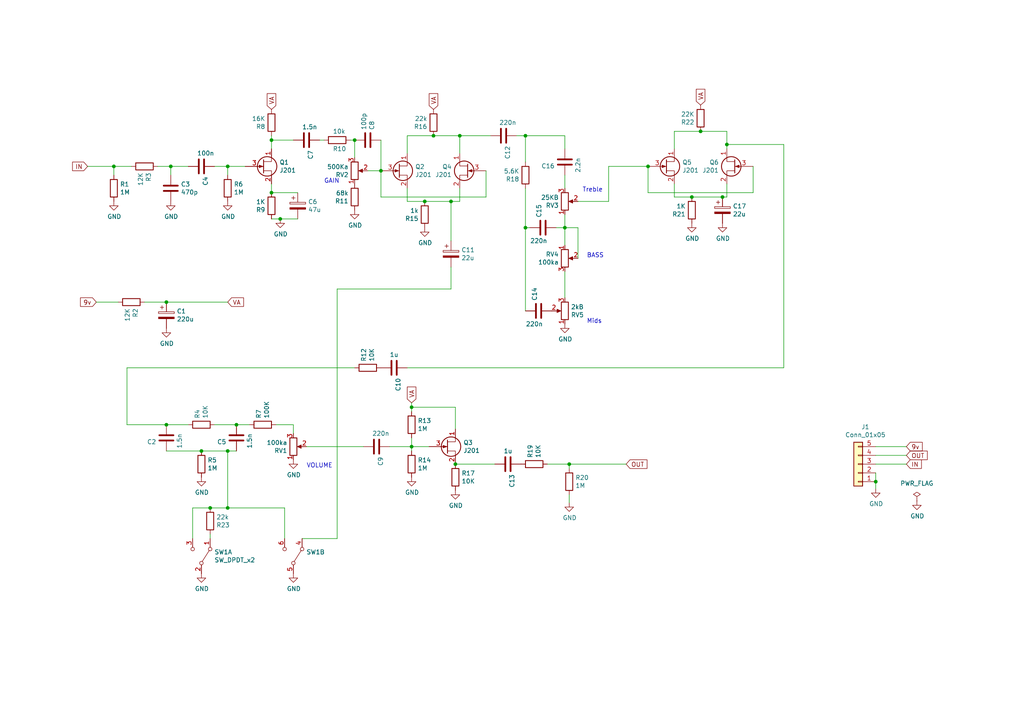
<source format=kicad_sch>
(kicad_sch (version 20211123) (generator eeschema)
  (paper "A4")
  (lib_symbols
    (symbol "Connector_Generic:Conn_01x05" (pin_names (offset 1.016) hide)
      (property "Reference" "J" (at 0 7.62 0))
      (property "Value" "Conn_01x05" (at 0 -7.62 0))
      (symbol "Conn_01x05_1_1"
        (rectangle (start -1.27 -4.953) (end 0 -5.207) (stroke (width 0.1524)))
        (rectangle (start -1.27 -2.413) (end 0 -2.667) (stroke (width 0.1524)))
        (rectangle (start -1.27 0.127) (end 0 -0.127) (stroke (width 0.1524)))
        (rectangle (start -1.27 2.667) (end 0 2.413) (stroke (width 0.1524)))
        (rectangle (start -1.27 5.207) (end 0 4.953) (stroke (width 0.1524)))
        (rectangle (start -1.27 6.35) (end 1.27 -6.35) (stroke (width 0.254)) (fill (type background)))
        (pin passive line (at -5.08 5.08 0) (length 3.81) (name "Pin_1") (number "1"))
        (pin passive line (at -5.08 2.54 0) (length 3.81) (name "Pin_2") (number "2"))
        (pin passive line (at -5.08 0 0) (length 3.81) (name "Pin_3") (number "3"))
        (pin passive line (at -5.08 -2.54 0) (length 3.81) (name "Pin_4") (number "4"))
        (pin passive line (at -5.08 -5.08 0) (length 3.81) (name "Pin_5") (number "5"))
      )
    )
    (symbol "Device:C" (pin_numbers hide) (pin_names (offset 0.254))
      (property "Reference" "C" (at 0.635 2.54 0))
      (property "Value" "C" (at 0.635 -2.54 0))
      (symbol "C_0_1"
        (polyline (pts (xy -2.032 -0.762) (xy 2.032 -0.762)) (stroke (width 0.508)))
        (polyline (pts (xy -2.032 0.762) (xy 2.032 0.762)) (stroke (width 0.508)))
      )
      (symbol "C_1_1"
        (pin passive line (at 0 3.81 270) (length 2.794) (name "~") (number "1"))
        (pin passive line (at 0 -3.81 90) (length 2.794) (name "~") (number "2"))
      )
    )
    (symbol "Device:CP" (pin_numbers hide) (pin_names (offset 0.254))
      (property "Reference" "C" (at 0.635 2.54 0))
      (property "Value" "Device_CP" (at 0.635 -2.54 0))
      (symbol "CP_0_1"
        (rectangle (start -2.286 0.508) (end 2.286 1.016))
        (polyline (pts (xy -1.778 2.286) (xy -0.762 2.286)))
        (polyline (pts (xy -1.27 2.794) (xy -1.27 1.778)))
        (rectangle (start 2.286 -0.508) (end -2.286 -1.016) (fill (type outline)))
      )
      (symbol "CP_1_1"
        (pin passive line (at 0 3.81 270) (length 2.794) (name "~") (number "1"))
        (pin passive line (at 0 -3.81 90) (length 2.794) (name "~") (number "2"))
      )
    )
    (symbol "Device:Q_NJFET_DSG" (pin_names (offset 0) hide)
      (property "Reference" "Q" (at 5.08 1.27 0))
      (property "Value" "Q_NJFET_DSG" (at 5.08 -1.27 0))
      (symbol "Q_NJFET_DSG_0_1"
        (polyline (pts (xy 0.254 1.905) (xy 0.254 -1.905) (xy 0.254 -1.905)) (stroke (width 0.254)))
        (polyline (pts (xy 2.54 -2.54) (xy 2.54 -1.27) (xy 0.254 -1.27)))
        (polyline (pts (xy 2.54 2.54) (xy 2.54 1.397) (xy 0.254 1.397)))
        (polyline (pts (xy 0 0) (xy -1.016 0.381) (xy -1.016 -0.381) (xy 0 0)) (fill (type outline)))
        (circle (center 1.27 0) (radius 2.8194) (stroke (width 0.254)))
      )
      (symbol "Q_NJFET_DSG_1_1"
        (pin passive line (at 2.54 5.08 270) (length 2.54) (name "D") (number "1"))
        (pin passive line (at 2.54 -5.08 90) (length 2.54) (name "S") (number "2"))
        (pin input line (at -5.08 0 0) (length 5.334) (name "G") (number "3"))
      )
    )
    (symbol "Device:R" (pin_numbers hide) (pin_names (offset 0))
      (property "Reference" "R" (at 2.032 0 90))
      (property "Value" "R" (at 0 0 90))
      (symbol "R_0_1"
        (rectangle (start -1.016 -2.54) (end 1.016 2.54) (stroke (width 0.254)))
      )
      (symbol "R_1_1"
        (pin passive line (at 0 3.81 270) (length 1.27) (name "~") (number "1"))
        (pin passive line (at 0 -3.81 90) (length 1.27) (name "~") (number "2"))
      )
    )
    (symbol "Device:R_POT" (pin_names (offset 1.016) hide)
      (property "Reference" "RV" (at -4.445 0 90))
      (property "Value" "Device_R_POT" (at -2.54 0 90))
      (symbol "R_POT_0_1"
        (polyline (pts (xy 2.54 0) (xy 1.524 0)))
        (polyline (pts (xy 1.143 0) (xy 2.286 0.508) (xy 2.286 -0.508) (xy 1.143 0)) (fill (type outline)))
        (rectangle (start 1.016 2.54) (end -1.016 -2.54) (stroke (width 0.254)))
      )
      (symbol "R_POT_1_1"
        (pin passive line (at 0 3.81 270) (length 1.27) (name "1") (number "1"))
        (pin passive line (at 3.81 0 180) (length 1.27) (name "2") (number "2"))
        (pin passive line (at 0 -3.81 90) (length 1.27) (name "3") (number "3"))
      )
    )
    (symbol "Switch:SW_DPDT_x2" (pin_names (offset 0) hide)
      (property "Reference" "SW" (at 0 4.318 0))
      (property "Value" "SW_DPDT_x2" (at 0 -5.08 0))
      (symbol "SW_DPDT_x2_0_0"
        (circle (center -2.032 0) (radius 0.508))
        (circle (center 2.032 -2.54) (radius 0.508))
      )
      (symbol "SW_DPDT_x2_0_1"
        (polyline (pts (xy -1.524 0.254) (xy 1.651 2.286)))
        (circle (center 2.032 2.54) (radius 0.508))
      )
      (symbol "SW_DPDT_x2_1_1"
        (pin passive line (at 5.08 2.54 180) (length 2.54) (name "A") (number "1"))
        (pin passive line (at -5.08 0 0) (length 2.54) (name "B") (number "2"))
        (pin passive line (at 5.08 -2.54 180) (length 2.54) (name "C") (number "3"))
      )
      (symbol "SW_DPDT_x2_2_1"
        (pin passive line (at 5.08 2.54 180) (length 2.54) (name "A") (number "4"))
        (pin passive line (at -5.08 0 0) (length 2.54) (name "B") (number "5"))
        (pin passive line (at 5.08 -2.54 180) (length 2.54) (name "C") (number "6"))
      )
    )
    (symbol "power:GND" (power) (pin_names (offset 0))
      (property "Value" "GND" (at 0 -3.81 0))
      (symbol "GND_0_1"
        (polyline (pts (xy 0 0) (xy 0 -1.27) (xy 1.27 -1.27) (xy 0 -2.54) (xy -1.27 -1.27) (xy 0 -1.27)))
      )
      (symbol "GND_1_1"
        (pin power_in line (at 0 0 270) (length 0) hide (name "GND") (number "1"))
      )
    )
    (symbol "power:PWR_FLAG" (power) (pin_numbers hide) (pin_names (offset 0) hide)
      (property "Value" "PWR_FLAG" (at 0 3.81 0))
      (symbol "PWR_FLAG_0_0"
        (pin power_out line (at 0 0 90) (length 0) (name "pwr") (number "1"))
      )
      (symbol "PWR_FLAG_0_1"
        (polyline (pts (xy 0 0) (xy 0 1.27) (xy -1.016 1.905) (xy 0 2.54) (xy 1.016 1.905) (xy 0 1.27)))
      )
    )
  )
  (junction (at 254 139.7))
  (junction (at 49.53 48.26))
  (junction (at 119.38 118.11))
  (junction (at 66.04 48.26))
  (junction (at 187.96 48.26))
  (junction (at 60.96 147.32))
  (junction (at 68.58 123.19))
  (junction (at 165.1 134.62))
  (junction (at 132.08 134.62))
  (junction (at 125.73 39.37))
  (junction (at 78.74 55.88))
  (junction (at 58.42 130.81))
  (junction (at 78.74 40.64))
  (junction (at 48.26 87.63))
  (junction (at 102.87 40.64))
  (junction (at 81.28 63.5))
  (junction (at 110.49 49.53))
  (junction (at 119.38 129.54))
  (junction (at 152.4 66.04))
  (junction (at 210.82 41.91))
  (junction (at 48.26 123.19))
  (junction (at 209.55 57.15))
  (junction (at 123.19 58.42))
  (junction (at 66.04 130.81))
  (junction (at 66.04 147.32))
  (junction (at 33.02 48.26))
  (junction (at 203.2 38.1))
  (junction (at 163.83 66.04))
  (junction (at 200.66 57.15))
  (junction (at 130.81 58.42))
  (junction (at 133.35 39.37))
  (junction (at 152.4 39.37))
  (wire (pts (xy 254 137.16) (xy 254 139.7)))
  (wire (pts (xy 163.83 71.12) (xy 163.83 66.04)))
  (wire (pts (xy 48.26 123.19) (xy 54.61 123.19)))
  (wire (pts (xy 254 129.54) (xy 262.89 129.54)))
  (wire (pts (xy 152.4 39.37) (xy 163.83 39.37)))
  (wire (pts (xy 102.87 45.72) (xy 102.87 40.64)))
  (wire (pts (xy 119.38 118.11) (xy 119.38 116.84)))
  (wire (pts (xy 152.4 90.17) (xy 152.4 66.04)))
  (wire (pts (xy 187.96 48.26) (xy 187.96 55.88)))
  (wire (pts (xy 85.09 123.19) (xy 85.09 125.73)))
  (wire (pts (xy 118.11 54.61) (xy 118.11 58.42)))
  (wire (pts (xy 60.96 147.32) (xy 66.04 147.32)))
  (wire (pts (xy 163.83 66.04) (xy 163.83 62.23)))
  (wire (pts (xy 49.53 48.26) (xy 54.61 48.26)))
  (wire (pts (xy 119.38 129.54) (xy 124.46 129.54)))
  (wire (pts (xy 132.08 134.62) (xy 143.51 134.62)))
  (wire (pts (xy 254 139.7) (xy 254 141.732)))
  (wire (pts (xy 227.33 41.91) (xy 210.82 41.91)))
  (wire (pts (xy 36.83 106.68) (xy 36.83 123.19)))
  (wire (pts (xy 195.58 57.15) (xy 200.66 57.15)))
  (wire (pts (xy 133.35 39.37) (xy 133.35 44.45)))
  (wire (pts (xy 167.64 58.42) (xy 176.53 58.42)))
  (wire (pts (xy 200.66 57.15) (xy 209.55 57.15)))
  (wire (pts (xy 97.79 83.82) (xy 130.81 83.82)))
  (wire (pts (xy 80.01 123.19) (xy 85.09 123.19)))
  (wire (pts (xy 60.96 156.21) (xy 60.96 154.94)))
  (wire (pts (xy 78.74 63.5) (xy 81.28 63.5)))
  (wire (pts (xy 102.87 106.68) (xy 36.83 106.68)))
  (wire (pts (xy 132.08 118.11) (xy 132.08 124.46)))
  (wire (pts (xy 163.83 39.37) (xy 163.83 43.18)))
  (wire (pts (xy 152.4 66.04) (xy 152.4 54.61)))
  (wire (pts (xy 66.04 130.81) (xy 66.04 147.32)))
  (wire (pts (xy 149.86 39.37) (xy 152.4 39.37)))
  (wire (pts (xy 195.58 53.34) (xy 195.58 57.15)))
  (wire (pts (xy 41.91 87.63) (xy 48.26 87.63)))
  (wire (pts (xy 195.58 38.1) (xy 203.2 38.1)))
  (wire (pts (xy 36.83 123.19) (xy 48.26 123.19)))
  (wire (pts (xy 130.81 69.85) (xy 130.81 58.42)))
  (wire (pts (xy 152.4 39.37) (xy 152.4 46.99)))
  (wire (pts (xy 118.11 39.37) (xy 125.73 39.37)))
  (wire (pts (xy 140.97 57.15) (xy 140.97 49.53)))
  (wire (pts (xy 218.44 55.88) (xy 218.44 48.26)))
  (wire (pts (xy 209.55 57.15) (xy 210.82 57.15)))
  (wire (pts (xy 210.82 57.15) (xy 210.82 53.34)))
  (wire (pts (xy 78.74 40.64) (xy 85.09 40.64)))
  (wire (pts (xy 55.88 147.32) (xy 60.96 147.32)))
  (wire (pts (xy 110.49 40.64) (xy 110.49 49.53)))
  (wire (pts (xy 210.82 41.91) (xy 210.82 43.18)))
  (wire (pts (xy 45.72 48.26) (xy 49.53 48.26)))
  (wire (pts (xy 123.19 58.42) (xy 130.81 58.42)))
  (wire (pts (xy 81.28 63.5) (xy 86.36 63.5)))
  (wire (pts (xy 58.42 130.81) (xy 66.04 130.81)))
  (wire (pts (xy 167.64 74.93) (xy 167.64 66.04)))
  (wire (pts (xy 78.74 43.18) (xy 78.74 40.64)))
  (wire (pts (xy 130.81 77.47) (xy 130.81 83.82)))
  (wire (pts (xy 163.83 86.36) (xy 163.83 78.74)))
  (wire (pts (xy 78.74 40.64) (xy 78.74 39.37)))
  (wire (pts (xy 125.73 39.37) (xy 133.35 39.37)))
  (wire (pts (xy 118.11 58.42) (xy 123.19 58.42)))
  (wire (pts (xy 49.53 50.8) (xy 49.53 48.26)))
  (wire (pts (xy 161.29 66.04) (xy 163.83 66.04)))
  (wire (pts (xy 165.1 135.89) (xy 165.1 134.62)))
  (wire (pts (xy 97.79 156.21) (xy 97.79 83.82)))
  (wire (pts (xy 66.04 130.81) (xy 68.58 130.81)))
  (wire (pts (xy 68.58 123.19) (xy 72.39 123.19)))
  (wire (pts (xy 110.49 57.15) (xy 140.97 57.15)))
  (wire (pts (xy 187.96 55.88) (xy 218.44 55.88)))
  (wire (pts (xy 227.33 106.68) (xy 227.33 41.91)))
  (wire (pts (xy 66.04 48.26) (xy 71.12 48.26)))
  (wire (pts (xy 106.68 49.53) (xy 110.49 49.53)))
  (wire (pts (xy 203.2 38.1) (xy 210.82 38.1)))
  (wire (pts (xy 33.02 50.8) (xy 33.02 48.26)))
  (wire (pts (xy 153.67 66.04) (xy 152.4 66.04)))
  (wire (pts (xy 167.64 66.04) (xy 163.83 66.04)))
  (wire (pts (xy 78.74 55.88) (xy 86.36 55.88)))
  (wire (pts (xy 48.26 87.63) (xy 66.04 87.63)))
  (wire (pts (xy 55.88 147.32) (xy 55.88 156.21)))
  (wire (pts (xy 130.81 58.42) (xy 133.35 58.42)))
  (wire (pts (xy 165.1 145.796) (xy 165.1 143.51)))
  (wire (pts (xy 119.38 118.11) (xy 132.08 118.11)))
  (wire (pts (xy 133.35 39.37) (xy 142.24 39.37)))
  (wire (pts (xy 254 134.62) (xy 262.89 134.62)))
  (wire (pts (xy 210.82 38.1) (xy 210.82 41.91)))
  (wire (pts (xy 118.11 44.45) (xy 118.11 39.37)))
  (wire (pts (xy 119.38 119.38) (xy 119.38 118.11)))
  (wire (pts (xy 48.26 130.81) (xy 58.42 130.81)))
  (wire (pts (xy 87.63 156.21) (xy 97.79 156.21)))
  (wire (pts (xy 163.83 54.61) (xy 163.83 50.8)))
  (wire (pts (xy 254 132.08) (xy 262.89 132.08)))
  (wire (pts (xy 195.58 43.18) (xy 195.58 38.1)))
  (wire (pts (xy 38.1 48.26) (xy 33.02 48.26)))
  (wire (pts (xy 176.53 58.42) (xy 176.53 48.26)))
  (wire (pts (xy 133.35 58.42) (xy 133.35 54.61)))
  (wire (pts (xy 118.11 106.68) (xy 227.33 106.68)))
  (wire (pts (xy 27.94 87.63) (xy 34.29 87.63)))
  (wire (pts (xy 165.1 134.62) (xy 181.61 134.62)))
  (wire (pts (xy 78.74 55.88) (xy 78.74 53.34)))
  (wire (pts (xy 88.9 129.54) (xy 105.41 129.54)))
  (wire (pts (xy 165.1 134.62) (xy 158.75 134.62)))
  (wire (pts (xy 119.38 130.81) (xy 119.38 129.54)))
  (wire (pts (xy 113.03 129.54) (xy 119.38 129.54)))
  (wire (pts (xy 119.38 129.54) (xy 119.38 127)))
  (wire (pts (xy 92.71 40.64) (xy 93.98 40.64)))
  (wire (pts (xy 110.49 49.53) (xy 110.49 57.15)))
  (wire (pts (xy 176.53 48.26) (xy 187.96 48.26)))
  (wire (pts (xy 66.04 147.32) (xy 82.55 147.32)))
  (wire (pts (xy 25.4 48.26) (xy 33.02 48.26)))
  (wire (pts (xy 82.55 147.32) (xy 82.55 156.21)))
  (wire (pts (xy 101.6 40.64) (xy 102.87 40.64)))
  (wire (pts (xy 62.23 48.26) (xy 66.04 48.26)))
  (wire (pts (xy 66.04 48.26) (xy 66.04 50.8)))
  (wire (pts (xy 62.23 123.19) (xy 68.58 123.19)))
  (text "BASS\n" (at 170.18 74.93 0) (effects (font (size 1.27 1.27)) (justify left bottom)))
  (text "GAIN" (at 93.98 53.34 0) (effects (font (size 1.27 1.27)) (justify left bottom)))
  (text "Mids\n" (at 170.18 93.98 0) (effects (font (size 1.27 1.27)) (justify left bottom)))
  (text "VOLUME" (at 88.9 135.89 0) (effects (font (size 1.27 1.27)) (justify left bottom)))
  (text "Treble\n" (at 168.91 55.88 0) (effects (font (size 1.27 1.27)) (justify left bottom)))
  (global_label "VA" (shape input) (at 125.73 31.75 90) (property "Intersheet References" "${INTERSHEET_REFS}" (effects hide)))
  (global_label "OUT" (shape input) (at 181.61 134.62 0) (property "Intersheet References" "${INTERSHEET_REFS}" (effects hide)))
  (global_label "VA" (shape input) (at 119.38 116.84 90) (property "Intersheet References" "${INTERSHEET_REFS}" (effects hide)))
  (global_label "VA" (shape input) (at 78.74 31.75 90) (property "Intersheet References" "${INTERSHEET_REFS}" (effects hide)))
  (global_label "OUT" (shape input) (at 262.89 132.08 0) (property "Intersheet References" "${INTERSHEET_REFS}" (effects hide)))
  (global_label "9v" (shape input) (at 27.94 87.63 180) (property "Intersheet References" "${INTERSHEET_REFS}" (effects hide)))
  (global_label "VA" (shape input) (at 66.04 87.63 0) (property "Intersheet References" "${INTERSHEET_REFS}" (effects hide)))
  (global_label "VA" (shape input) (at 203.2 30.48 90) (property "Intersheet References" "${INTERSHEET_REFS}" (effects hide)))
  (global_label "IN" (shape input) (at 262.89 134.62 0) (property "Intersheet References" "${INTERSHEET_REFS}" (effects hide)))
  (global_label "IN" (shape input) (at 25.4 48.26 180) (property "Intersheet References" "${INTERSHEET_REFS}" (effects hide)))
  (global_label "9v" (shape input) (at 262.89 129.54 0) (property "Intersheet References" "${INTERSHEET_REFS}" (effects hide)))
  (symbol (lib_id "Device:R") (at 33.02 54.61 0) (unit 1)
    (property "Reference" "R1" (at 34.798 53.4416 0) (effects (justify left)))
    (property "Value" "1M" (at 34.798 55.753 0) (effects (justify left)))
    (property "Footprint" "Resistor_THT:R_Axial_DIN0207_L6.3mm_D2.5mm_P10.16mm_Horizontal" (effects hide))
  )
  (symbol (lib_id "Device:R") (at 41.91 48.26 270) (unit 1)
    (property "Reference" "R3" (at 43.0784 50.038 0) (effects (justify left)))
    (property "Value" "12K" (at 40.767 50.038 0) (effects (justify left)))
    (property "Footprint" "Resistor_THT:R_Axial_DIN0207_L6.3mm_D2.5mm_P10.16mm_Horizontal" (effects hide))
  )
  (symbol (lib_id "Device:C") (at 49.53 54.61 0) (unit 1)
    (property "Reference" "C3" (at 52.451 53.4416 0) (effects (justify left)))
    (property "Value" "470p" (at 52.451 55.753 0) (effects (justify left)))
    (property "Footprint" "Capacitor_THT:C_Disc_D5.1mm_W3.2mm_P5.00mm" (effects hide))
  )
  (symbol (lib_id "Device:C") (at 58.42 48.26 270) (unit 1)
    (property "Reference" "C4" (at 59.5884 51.181 0) (effects (justify left)))
    (property "Value" "100n" (at 57.15 44.45 90) (effects (justify left)))
    (property "Footprint" "Capacitor_THT:C_Rect_L7.0mm_W3.5mm_P2.50mm_P5.00mm" (effects hide))
  )
  (symbol (lib_id "power:GND") (at 33.02 58.42 0) (unit 1)
    (property "Reference" "#PWR01" (effects hide))
    (property "Value" "GND" (at 33.147 62.8142 0))
  )
  (symbol (lib_id "power:GND") (at 49.53 58.42 0) (unit 1)
    (property "Reference" "#PWR03" (effects hide))
    (property "Value" "GND" (at 49.657 62.8142 0))
  )
  (symbol (lib_id "Device:R") (at 66.04 54.61 0) (unit 1)
    (property "Reference" "R6" (at 67.818 53.4416 0) (effects (justify left)))
    (property "Value" "1M" (at 67.818 55.753 0) (effects (justify left)))
    (property "Footprint" "Resistor_THT:R_Axial_DIN0207_L6.3mm_D2.5mm_P10.16mm_Horizontal" (effects hide))
  )
  (symbol (lib_id "power:GND") (at 66.04 58.42 0) (unit 1)
    (property "Reference" "#PWR06" (effects hide))
    (property "Value" "GND" (at 66.167 62.8142 0))
  )
  (symbol (lib_id "Device:Q_NJFET_DSG") (at 76.2 48.26 0) (unit 1)
    (property "Reference" "Q1" (at 81.0514 47.0916 0) (effects (justify left)))
    (property "Value" "J201" (at 81.0514 49.403 0) (effects (justify left)))
    (property "Footprint" "Package_TO_SOT_THT:TO-92" (effects hide))
  )
  (symbol (lib_id "Device:R") (at 78.74 59.69 180) (unit 1)
    (property "Reference" "R9" (at 76.962 60.8584 0) (effects (justify left)))
    (property "Value" "1K" (at 76.962 58.547 0) (effects (justify left)))
    (property "Footprint" "Resistor_THT:R_Axial_DIN0207_L6.3mm_D2.5mm_P10.16mm_Horizontal" (effects hide))
  )
  (symbol (lib_id "Device:CP") (at 86.36 59.69 0) (unit 1)
    (property "Reference" "C6" (at 89.3572 58.5216 0) (effects (justify left)))
    (property "Value" "47u" (at 89.3572 60.833 0) (effects (justify left)))
    (property "Footprint" "Capacitor_THT:CP_Radial_D4.0mm_P2.00mm" (effects hide))
  )
  (symbol (lib_id "power:GND") (at 81.28 63.5 0) (unit 1)
    (property "Reference" "#PWR07" (effects hide))
    (property "Value" "GND" (at 81.407 67.8942 0))
  )
  (symbol (lib_id "Device:R") (at 78.74 35.56 180) (unit 1)
    (property "Reference" "R8" (at 76.962 36.7284 0) (effects (justify left)))
    (property "Value" "16K" (at 76.962 34.417 0) (effects (justify left)))
    (property "Footprint" "Resistor_THT:R_Axial_DIN0207_L6.3mm_D2.5mm_P10.16mm_Horizontal" (effects hide))
  )
  (symbol (lib_id "Device:R") (at 38.1 87.63 270) (unit 1)
    (property "Reference" "R2" (at 39.2684 89.408 0) (effects (justify left)))
    (property "Value" "12K" (at 36.957 89.408 0) (effects (justify left)))
    (property "Footprint" "Resistor_THT:R_Axial_DIN0207_L6.3mm_D2.5mm_P10.16mm_Horizontal" (effects hide))
  )
  (symbol (lib_id "Device:CP") (at 48.26 91.44 0) (unit 1)
    (property "Reference" "C1" (at 51.2572 90.2716 0) (effects (justify left)))
    (property "Value" "220u" (at 51.2572 92.583 0) (effects (justify left)))
    (property "Footprint" "Capacitor_THT:CP_Radial_D13.0mm_P5.00mm" (effects hide))
  )
  (symbol (lib_id "power:GND") (at 48.26 95.25 0) (unit 1)
    (property "Reference" "#PWR02" (effects hide))
    (property "Value" "GND" (at 48.387 99.6442 0))
  )
  (symbol (lib_id "Device:C") (at 88.9 40.64 270) (unit 1)
    (property "Reference" "C7" (at 90.0684 43.561 0) (effects (justify left)))
    (property "Value" "1.5n" (at 87.63 36.83 90) (effects (justify left)))
    (property "Footprint" "Capacitor_THT:C_Rect_L7.0mm_W3.5mm_P2.50mm_P5.00mm" (effects hide))
  )
  (symbol (lib_id "Device:R") (at 97.79 40.64 270) (unit 1)
    (property "Reference" "R10" (at 96.52 43.18 90) (effects (justify left)))
    (property "Value" "10k" (at 96.52 38.1 90) (effects (justify left)))
    (property "Footprint" "Resistor_THT:R_Axial_DIN0207_L6.3mm_D2.5mm_P10.16mm_Horizontal" (effects hide))
  )
  (symbol (lib_id "Device:Q_NJFET_DSG") (at 115.57 49.53 0) (unit 1)
    (property "Reference" "Q2" (at 120.4214 48.3616 0) (effects (justify left)))
    (property "Value" "J201" (at 120.4214 50.673 0) (effects (justify left)))
    (property "Footprint" "Package_TO_SOT_THT:TO-92" (effects hide))
  )
  (symbol (lib_id "Device:Q_NJFET_DSG") (at 135.89 49.53 0) (mirror y) (unit 1)
    (property "Reference" "Q4" (at 131.0386 48.3616 0) (effects (justify left)))
    (property "Value" "J201" (at 131.0386 50.673 0) (effects (justify left)))
    (property "Footprint" "Package_TO_SOT_THT:TO-92" (effects hide))
  )
  (symbol (lib_id "Device:R") (at 125.73 35.56 180) (unit 1)
    (property "Reference" "R16" (at 123.952 36.7284 0) (effects (justify left)))
    (property "Value" "22k" (at 123.952 34.417 0) (effects (justify left)))
    (property "Footprint" "Resistor_THT:R_Axial_DIN0207_L6.3mm_D2.5mm_P10.16mm_Horizontal" (effects hide))
  )
  (symbol (lib_id "Device:C") (at 106.68 40.64 270) (mirror x) (unit 1)
    (property "Reference" "C8" (at 107.8484 37.719 0) (effects (justify left)))
    (property "Value" "100p" (at 105.537 37.719 0) (effects (justify left)))
    (property "Footprint" "Capacitor_THT:C_Disc_D5.1mm_W3.2mm_P5.00mm" (effects hide))
  )
  (symbol (lib_id "Device:R") (at 123.19 62.23 180) (unit 1)
    (property "Reference" "R15" (at 121.412 63.3984 0) (effects (justify left)))
    (property "Value" "1k" (at 121.412 61.087 0) (effects (justify left)))
    (property "Footprint" "Resistor_THT:R_Axial_DIN0207_L6.3mm_D2.5mm_P10.16mm_Horizontal" (effects hide))
  )
  (symbol (lib_id "Device:R_POT") (at 102.87 49.53 0) (mirror x) (unit 1)
    (property "Reference" "RV2" (at 101.1174 50.6984 0) (effects (justify right)))
    (property "Value" "500Ka" (at 101.1174 48.387 0) (effects (justify right)))
    (property "Footprint" "Potentiometer_THT:Potentiometer_Omeg_PC16BU_Vertical" (effects hide))
  )
  (symbol (lib_id "Device:R") (at 102.87 57.15 180) (unit 1)
    (property "Reference" "R11" (at 101.092 58.3184 0) (effects (justify left)))
    (property "Value" "68k" (at 101.092 56.007 0) (effects (justify left)))
    (property "Footprint" "Resistor_THT:R_Axial_DIN0207_L6.3mm_D2.5mm_P10.16mm_Horizontal" (effects hide))
  )
  (symbol (lib_id "power:GND") (at 102.87 60.96 0) (unit 1)
    (property "Reference" "#PWR010" (effects hide))
    (property "Value" "GND" (at 102.997 65.3542 0))
  )
  (symbol (lib_id "power:GND") (at 123.19 66.04 0) (unit 1)
    (property "Reference" "#PWR012" (effects hide))
    (property "Value" "GND" (at 123.317 70.4342 0))
  )
  (symbol (lib_id "Device:C") (at 146.05 39.37 270) (unit 1)
    (property "Reference" "C12" (at 147.2184 42.291 0) (effects (justify left)))
    (property "Value" "220n" (at 144.78 35.56 90) (effects (justify left)))
    (property "Footprint" "Capacitor_THT:C_Rect_L7.0mm_W3.5mm_P2.50mm_P5.00mm" (effects hide))
  )
  (symbol (lib_id "Device:R") (at 152.4 50.8 180) (unit 1)
    (property "Reference" "R18" (at 150.622 51.9684 0) (effects (justify left)))
    (property "Value" "5.6K" (at 150.622 49.657 0) (effects (justify left)))
    (property "Footprint" "Resistor_THT:R_Axial_DIN0207_L6.3mm_D2.5mm_P10.16mm_Horizontal" (effects hide))
  )
  (symbol (lib_id "Device:C") (at 163.83 46.99 180) (unit 1)
    (property "Reference" "C16" (at 160.909 48.1584 0) (effects (justify left)))
    (property "Value" "2.2n" (at 167.64 45.72 90) (effects (justify left)))
    (property "Footprint" "Capacitor_THT:C_Rect_L7.0mm_W3.5mm_P2.50mm_P5.00mm" (effects hide))
  )
  (symbol (lib_id "Device:R_POT") (at 163.83 74.93 0) (unit 1)
    (property "Reference" "RV4" (at 162.0774 73.7616 0) (effects (justify right)))
    (property "Value" "100ka" (at 162.0774 76.073 0) (effects (justify right)))
    (property "Footprint" "Potentiometer_THT:Potentiometer_Omeg_PC16BU_Vertical" (effects hide))
  )
  (symbol (lib_id "Device:R_POT") (at 163.83 58.42 0) (mirror x) (unit 1)
    (property "Reference" "RV3" (at 162.0774 59.5884 0) (effects (justify right)))
    (property "Value" "25KB" (at 162.0774 57.277 0) (effects (justify right)))
    (property "Footprint" "Potentiometer_THT:Potentiometer_Omeg_PC16BU_Vertical" (effects hide))
  )
  (symbol (lib_id "Device:C") (at 157.48 66.04 90) (unit 1)
    (property "Reference" "C15" (at 156.3116 63.119 0) (effects (justify left)))
    (property "Value" "220n" (at 158.75 69.85 90) (effects (justify left)))
    (property "Footprint" "Capacitor_THT:C_Rect_L7.0mm_W3.5mm_P2.50mm_P5.00mm" (effects hide))
  )
  (symbol (lib_id "Device:R_POT") (at 163.83 90.17 180) (unit 1)
    (property "Reference" "RV5" (at 165.5826 91.3384 0) (effects (justify right)))
    (property "Value" "2kB" (at 165.5826 89.027 0) (effects (justify right)))
    (property "Footprint" "Potentiometer_THT:Potentiometer_Omeg_PC16BU_Vertical" (effects hide))
  )
  (symbol (lib_id "Device:C") (at 156.21 90.17 90) (unit 1)
    (property "Reference" "C14" (at 155.0416 87.249 0) (effects (justify left)))
    (property "Value" "220n" (at 157.48 93.98 90) (effects (justify left)))
    (property "Footprint" "Capacitor_THT:C_Rect_L7.0mm_W3.5mm_P2.50mm_P5.00mm" (effects hide))
  )
  (symbol (lib_id "power:GND") (at 163.83 93.98 0) (unit 1)
    (property "Reference" "#PWR014" (effects hide))
    (property "Value" "GND" (at 163.957 98.3742 0))
  )
  (symbol (lib_id "Device:Q_NJFET_DSG") (at 193.04 48.26 0) (unit 1)
    (property "Reference" "Q5" (at 197.8914 47.0916 0) (effects (justify left)))
    (property "Value" "J201" (at 197.8914 49.403 0) (effects (justify left)))
    (property "Footprint" "Package_TO_SOT_THT:TO-92" (effects hide))
  )
  (symbol (lib_id "Device:Q_NJFET_DSG") (at 213.36 48.26 0) (mirror y) (unit 1)
    (property "Reference" "Q6" (at 208.5086 47.0916 0) (effects (justify left)))
    (property "Value" "J201" (at 208.5086 49.403 0) (effects (justify left)))
    (property "Footprint" "Package_TO_SOT_THT:TO-92" (effects hide))
  )
  (symbol (lib_id "Device:R") (at 203.2 34.29 180) (unit 1)
    (property "Reference" "R22" (at 201.422 35.4584 0) (effects (justify left)))
    (property "Value" "22K" (at 201.422 33.147 0) (effects (justify left)))
    (property "Footprint" "Resistor_THT:R_Axial_DIN0207_L6.3mm_D2.5mm_P10.16mm_Horizontal" (effects hide))
  )
  (symbol (lib_id "Device:R") (at 200.66 60.96 180) (unit 1)
    (property "Reference" "R21" (at 198.882 62.1284 0) (effects (justify left)))
    (property "Value" "1K" (at 198.882 59.817 0) (effects (justify left)))
    (property "Footprint" "Resistor_THT:R_Axial_DIN0207_L6.3mm_D2.5mm_P10.16mm_Horizontal" (effects hide))
  )
  (symbol (lib_id "power:GND") (at 200.66 64.77 0) (unit 1)
    (property "Reference" "#PWR016" (effects hide))
    (property "Value" "GND" (at 200.787 69.1642 0))
  )
  (symbol (lib_id "Device:CP") (at 209.55 60.96 0) (unit 1)
    (property "Reference" "C17" (at 212.5472 59.7916 0) (effects (justify left)))
    (property "Value" "22u" (at 212.5472 62.103 0) (effects (justify left)))
    (property "Footprint" "Capacitor_THT:CP_Radial_D4.0mm_P2.00mm" (effects hide))
  )
  (symbol (lib_id "power:GND") (at 209.55 64.77 0) (unit 1)
    (property "Reference" "#PWR017" (effects hide))
    (property "Value" "GND" (at 209.677 69.1642 0))
  )
  (symbol (lib_id "Device:R") (at 106.68 106.68 90) (unit 1)
    (property "Reference" "R12" (at 105.5116 104.902 0) (effects (justify left)))
    (property "Value" "10K" (at 107.823 104.902 0) (effects (justify left)))
    (property "Footprint" "Resistor_THT:R_Axial_DIN0207_L6.3mm_D2.5mm_P10.16mm_Horizontal" (effects hide))
  )
  (symbol (lib_id "Device:C") (at 114.3 106.68 270) (unit 1)
    (property "Reference" "C10" (at 115.4684 109.601 0) (effects (justify left)))
    (property "Value" "1u" (at 113.03 102.87 90) (effects (justify left)))
    (property "Footprint" "Capacitor_THT:C_Rect_L7.0mm_W3.5mm_P2.50mm_P5.00mm" (effects hide))
  )
  (symbol (lib_id "Device:R") (at 58.42 123.19 90) (unit 1)
    (property "Reference" "R4" (at 57.2516 121.412 0) (effects (justify left)))
    (property "Value" "10K" (at 59.563 121.412 0) (effects (justify left)))
    (property "Footprint" "Resistor_THT:R_Axial_DIN0207_L6.3mm_D2.5mm_P10.16mm_Horizontal" (effects hide))
  )
  (symbol (lib_id "Device:R") (at 76.2 123.19 90) (unit 1)
    (property "Reference" "R7" (at 75.0316 121.412 0) (effects (justify left)))
    (property "Value" "100K" (at 77.343 121.412 0) (effects (justify left)))
    (property "Footprint" "Resistor_THT:R_Axial_DIN0207_L6.3mm_D2.5mm_P10.16mm_Horizontal" (effects hide))
  )
  (symbol (lib_id "Device:R_POT") (at 85.09 129.54 0) (mirror x) (unit 1)
    (property "Reference" "RV1" (at 83.3374 130.7084 0) (effects (justify right)))
    (property "Value" "100ka" (at 83.3374 128.397 0) (effects (justify right)))
    (property "Footprint" "Potentiometer_THT:Potentiometer_Omeg_PC16BU_Vertical" (effects hide))
  )
  (symbol (lib_id "Device:Q_NJFET_DSG") (at 129.54 129.54 0) (unit 1)
    (property "Reference" "Q3" (at 134.3914 128.3716 0) (effects (justify left)))
    (property "Value" "J201" (at 134.3914 130.683 0) (effects (justify left)))
    (property "Footprint" "Package_TO_SOT_THT:TO-92" (effects hide))
  )
  (symbol (lib_id "power:GND") (at 85.09 133.35 0) (unit 1)
    (property "Reference" "#PWR08" (effects hide))
    (property "Value" "GND" (at 85.217 137.7442 0))
  )
  (symbol (lib_id "Device:C") (at 68.58 127 180) (unit 1)
    (property "Reference" "C5" (at 65.659 128.1684 0) (effects (justify left)))
    (property "Value" "1.5n" (at 72.39 125.73 90) (effects (justify left)))
    (property "Footprint" "Capacitor_THT:C_Rect_L7.0mm_W3.5mm_P2.50mm_P5.00mm" (effects hide))
  )
  (symbol (lib_id "Device:C") (at 48.26 127 180) (unit 1)
    (property "Reference" "C2" (at 45.339 128.1684 0) (effects (justify left)))
    (property "Value" "1.5n" (at 52.07 125.73 90) (effects (justify left)))
    (property "Footprint" "Capacitor_THT:C_Rect_L7.0mm_W3.5mm_P2.50mm_P5.00mm" (effects hide))
  )
  (symbol (lib_id "Device:R") (at 58.42 134.62 0) (unit 1)
    (property "Reference" "R5" (at 60.198 133.4516 0) (effects (justify left)))
    (property "Value" "1M" (at 60.198 135.763 0) (effects (justify left)))
    (property "Footprint" "Resistor_THT:R_Axial_DIN0207_L6.3mm_D2.5mm_P10.16mm_Horizontal" (effects hide))
  )
  (symbol (lib_id "power:GND") (at 58.42 138.43 0) (unit 1)
    (property "Reference" "#PWR04" (effects hide))
    (property "Value" "GND" (at 58.547 142.8242 0))
  )
  (symbol (lib_id "Switch:SW_DPDT_x2") (at 58.42 161.29 270) (mirror x) (unit 1)
    (property "Reference" "SW1" (at 62.1792 160.1216 90) (effects (justify left)))
    (property "Value" "SW_DPDT_x2" (at 62.1792 162.433 90) (effects (justify left)))
    (property "Footprint" "pedal_project:SWITCH-M1-DPDT" (effects hide))
  )
  (symbol (lib_id "Switch:SW_DPDT_x2") (at 85.09 161.29 270) (mirror x) (unit 2)
    (property "Reference" "SW1" (at 88.8492 160.1216 90) (effects (justify left)))
    (property "Value" "SW_DPDT_x2" (effects hide))
    (property "Footprint" "pedal_project:SWITCH-M1-DPDT" (effects hide))
  )
  (symbol (lib_id "power:GND") (at 58.42 166.37 0) (unit 1)
    (property "Reference" "#PWR05" (effects hide))
    (property "Value" "GND" (at 58.547 170.7642 0))
  )
  (symbol (lib_id "power:GND") (at 85.09 166.37 0) (unit 1)
    (property "Reference" "#PWR09" (effects hide))
    (property "Value" "GND" (at 85.217 170.7642 0))
  )
  (symbol (lib_id "Device:CP") (at 130.81 73.66 0) (unit 1)
    (property "Reference" "C11" (at 133.8072 72.4916 0) (effects (justify left)))
    (property "Value" "22u" (at 133.8072 74.803 0) (effects (justify left)))
    (property "Footprint" "Capacitor_THT:CP_Radial_D4.0mm_P2.00mm" (effects hide))
  )
  (symbol (lib_id "Device:C") (at 109.22 129.54 270) (unit 1)
    (property "Reference" "C9" (at 110.3884 132.461 0) (effects (justify left)))
    (property "Value" "220n" (at 107.95 125.73 90) (effects (justify left)))
    (property "Footprint" "Capacitor_THT:C_Rect_L7.0mm_W3.5mm_P2.50mm_P5.00mm" (effects hide))
  )
  (symbol (lib_id "Device:R") (at 119.38 123.19 0) (unit 1)
    (property "Reference" "R13" (at 121.158 122.0216 0) (effects (justify left)))
    (property "Value" "1M" (at 121.158 124.333 0) (effects (justify left)))
    (property "Footprint" "Resistor_THT:R_Axial_DIN0207_L6.3mm_D2.5mm_P10.16mm_Horizontal" (effects hide))
  )
  (symbol (lib_id "Device:R") (at 119.38 134.62 0) (unit 1)
    (property "Reference" "R14" (at 121.158 133.4516 0) (effects (justify left)))
    (property "Value" "1M" (at 121.158 135.763 0) (effects (justify left)))
    (property "Footprint" "Resistor_THT:R_Axial_DIN0207_L6.3mm_D2.5mm_P10.16mm_Horizontal" (effects hide))
  )
  (symbol (lib_id "Connector_Generic:Conn_01x05") (at 248.92 134.62 180) (unit 1)
    (property "Reference" "J1" (at 251.0028 123.825 0))
    (property "Value" "Conn_01x05" (at 251.0028 126.1364 0))
    (property "Footprint" "Connector_PinHeader_2.54mm:PinHeader_1x05_P2.54mm_Vertical" (effects hide))
  )
  (symbol (lib_id "power:GND") (at 119.38 138.43 0) (unit 1)
    (property "Reference" "#PWR011" (effects hide))
    (property "Value" "GND" (at 119.507 142.8242 0))
  )
  (symbol (lib_id "Device:R") (at 132.08 138.43 0) (unit 1)
    (property "Reference" "R17" (at 133.858 137.2616 0) (effects (justify left)))
    (property "Value" "10K" (at 133.858 139.573 0) (effects (justify left)))
    (property "Footprint" "Resistor_THT:R_Axial_DIN0207_L6.3mm_D2.5mm_P10.16mm_Horizontal" (effects hide))
  )
  (symbol (lib_id "power:GND") (at 132.08 142.24 0) (unit 1)
    (property "Reference" "#PWR013" (effects hide))
    (property "Value" "GND" (at 132.207 146.6342 0))
  )
  (symbol (lib_id "power:GND") (at 254 141.732 0) (unit 1)
    (property "Reference" "#PWR0101" (effects hide))
    (property "Value" "GND" (at 254.127 146.1262 0))
  )
  (symbol (lib_id "Device:C") (at 147.32 134.62 270) (unit 1)
    (property "Reference" "C13" (at 148.4884 137.541 0) (effects (justify left)))
    (property "Value" "1u" (at 146.05 130.81 90) (effects (justify left)))
    (property "Footprint" "Capacitor_THT:C_Rect_L7.0mm_W3.5mm_P2.50mm_P5.00mm" (effects hide))
  )
  (symbol (lib_id "Device:R") (at 165.1 139.7 0) (unit 1)
    (property "Reference" "R20" (at 166.878 138.5316 0) (effects (justify left)))
    (property "Value" "1M" (at 166.878 140.843 0) (effects (justify left)))
    (property "Footprint" "Resistor_THT:R_Axial_DIN0207_L6.3mm_D2.5mm_P10.16mm_Horizontal" (effects hide))
  )
  (symbol (lib_id "power:GND") (at 165.1 145.796 0) (unit 1)
    (property "Reference" "#PWR015" (effects hide))
    (property "Value" "GND" (at 165.227 150.1902 0))
  )
  (symbol (lib_id "Device:R") (at 154.94 134.62 90) (unit 1)
    (property "Reference" "R19" (at 153.7716 132.842 0) (effects (justify left)))
    (property "Value" "10K" (at 156.083 132.842 0) (effects (justify left)))
    (property "Footprint" "Resistor_THT:R_Axial_DIN0207_L6.3mm_D2.5mm_P10.16mm_Horizontal" (effects hide))
  )
  (symbol (lib_id "Device:R") (at 60.96 151.13 0) (mirror x) (unit 1)
    (property "Reference" "R23" (at 62.738 152.2984 0) (effects (justify left)))
    (property "Value" "22k" (at 62.738 149.987 0) (effects (justify left)))
    (property "Footprint" "Resistor_THT:R_Axial_DIN0207_L6.3mm_D2.5mm_P10.16mm_Horizontal" (effects hide))
  )
  (symbol (lib_id "power:GND") (at 265.938 145.288 0) (unit 1)
    (property "Reference" "#PWR0102" (effects hide))
    (property "Value" "GND" (at 266.065 149.6822 0))
  )
  (symbol (lib_id "power:PWR_FLAG") (at 265.938 145.288 0) (unit 1)
    (property "Reference" "#FLG0101" (effects hide))
    (property "Value" "PWR_FLAG" (at 265.938 140.208 0))
  )
)
</source>
